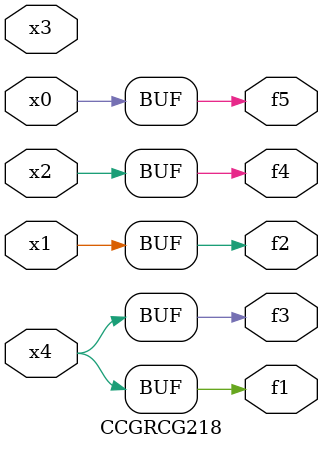
<source format=v>
module CCGRCG218(
	input x0, x1, x2, x3, x4,
	output f1, f2, f3, f4, f5
);
	assign f1 = x4;
	assign f2 = x1;
	assign f3 = x4;
	assign f4 = x2;
	assign f5 = x0;
endmodule

</source>
